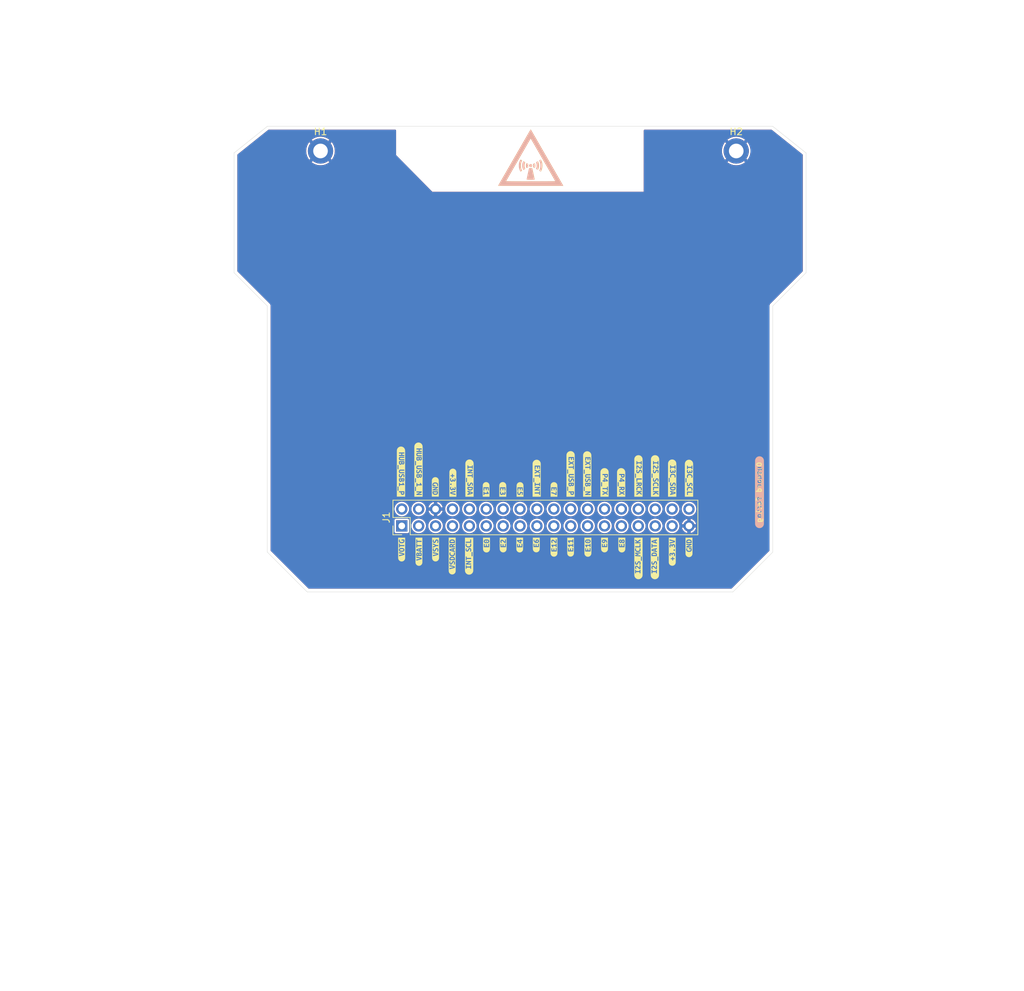
<source format=kicad_pcb>
(kicad_pcb (version 20241229) (generator "pcbnew") (generator_version "9.0")
  (layers (0 "F.Cu" signal) (4 "In1.Cu" signal) (6 "In2.Cu" signal) (2 "B.Cu" signal) (13 "F.Paste" user) (15 "B.Paste" user) (5 "F.SilkS" user "F.Silkscreen") (7 "B.SilkS" user "B.Silkscreen") (1 "F.Mask" user) (3 "B.Mask" user) (25 "Edge.Cuts" user))
  (net 0 "")
  (net 1 "GND")
  (net 2 "E8")
  (net 3 "P4_TX")
  (net 4 "E6")
  (net 5 "E4")
  (net 6 "VSDCARD")
  (net 7 "E9")
  (net 8 "INT_SCL")
  (net 9 "E0")
  (net 10 "P4_RX")
  (net 11 "EXT_INT")
  (net 12 "E10")
  (net 13 "I2S_LRCK")
  (net 14 "HUB_USB1_P")
  (net 15 "E1")
  (net 16 "HUB_USB1_N")
  (net 17 "E2")
  (net 18 "+3.3V")
  (net 19 "EXT_USB_P")
  (net 20 "EXT_USB_N")
  (net 21 "E12")
  (net 22 "E11")
  (net 23 "VOTG")
  (net 24 "VSYS")
  (net 25 "E5")
  (net 26 "I2S_DATA")
  (net 27 "VBATT")
  (net 28 "I2S_MCLK")
  (net 29 "E3")
  (net 30 "I3C_SCL")
  (net 31 "I3C_SDA")
  (net 32 "I2S_SCLK")
  (net 33 "INT_SDA")
  (net 34 "E7")
  (footprint "kibuzzard-672F44C7" (layer "F.Cu") (at -7.657797 -0.38433 90)
    (property "Reference" "kibuzzard-672F44C7" (hide yes))
    (property "Value" "G***" (hide yes))
  )
  (footprint "kibuzzard-672F4776" (layer "F.Cu") (at 36 -10 -90)
    (property "Reference" "kibuzzard-672F4776" (hide yes))
    (property "Value" "G***" (hide yes))
  )
  (footprint "kibuzzard-672F4516" (layer "F.Cu") (at 12.7 -2.059612 90)
    (property "Reference" "kibuzzard-672F4516" (hide yes))
    (property "Value" "G***" (hide yes))
  )
  (footprint "kibuzzard-672F4648" (layer "F.Cu") (at 17.8 -12.441842 -90)
    (property "Reference" "kibuzzard-672F4648" (hide yes))
    (property "Value" "G***" (hide yes))
  )
  (footprint "kibuzzard-672F44FC" (layer "F.Cu") (at 5.1 -1.734572 90)
    (property "Reference" "kibuzzard-672F44FC" (hide yes))
    (property "Value" "G***" (hide yes))
  )
  (footprint "kibuzzard-672F45AF" (layer "F.Cu") (at -15.270427 -13.394346 -90)
    (property "Reference" "kibuzzard-672F45AF" (hide yes))
    (property "Value" "G***" (hide yes))
  )
  (footprint "MountingHole:MountingHole_2.2mm_M2_DIN965_Pad" (layer "F.Cu") (at 32.5 -61.3)
    (property "Reference" "H2" (at 0 -2.9 0) (layer "F.SilkS"))
    (property "Value" "Mounting hole")
    (pad "1" thru_hole circle (at 0 0) (size 3.8 3.8) (drill 2.2) (layers "*.Cu" "*.Mask") (net 1 "GND"))
  )
  (footprint "kibuzzard-672F44E9" (layer "F.Cu") (at -0.049207 -2.053797 90)
    (property "Reference" "kibuzzard-672F44E9" (hide yes))
    (property "Value" "G***" (hide yes))
  )
  (footprint "kibuzzard-672F44F4" (layer "F.Cu") (at 2.441756 -2.061228 90)
    (property "Reference" "kibuzzard-672F44F4" (hide yes))
    (property "Value" "G***" (hide yes))
  )
  (footprint "kibuzzard-672F459A" (layer "F.Cu") (at -17.9 -13.1 -90)
    (property "Reference" "kibuzzard-672F459A" (hide yes))
    (property "Value" "G***" (hide yes))
  )
  (footprint "kibuzzard-672DEDFD" (layer "F.Cu") (at -17.8 -1.373667 90)
    (property "Reference" "kibuzzard-672DEDFD" (hide yes))
    (property "Value" "G***" (hide yes))
  )
  (footprint "Connector_PinHeader_2.54mm:PinHeader_2x18_P2.54mm_Vertical" (layer "F.Cu") (at -17.78 -4.93 90)
    (property "Reference" "J1" (at 1.27 -2.33 90) (layer "F.SilkS"))
    (property "Value" "Conn_02x18_Odd_Even")
    (pad "1" thru_hole rect (at 0 0 90) (size 1.7 1.7) (drill 1) (layers "*.Cu" "*.Mask") (net 23 "VOTG"))
    (pad "2" thru_hole oval (at 2.54 0 90) (size 1.7 1.7) (drill 1) (layers "*.Cu" "*.Mask") (net 14 "HUB_USB1_P"))
    (pad "3" thru_hole oval (at 0 2.54 90) (size 1.7 1.7) (drill 1) (layers "*.Cu" "*.Mask") (net 27 "VBATT"))
    (pad "4" thru_hole oval (at 2.54 2.54 90) (size 1.7 1.7) (drill 1) (layers "*.Cu" "*.Mask") (net 16 "HUB_USB1_N"))
    (pad "5" thru_hole oval (at 0 5.08 90) (size 1.7 1.7) (drill 1) (layers "*.Cu" "*.Mask") (net 24 "VSYS"))
    (pad "6" thru_hole oval (at 2.54 5.08 90) (size 1.7 1.7) (drill 1) (layers "*.Cu" "*.Mask") (net 1 "GND"))
    (pad "7" thru_hole oval (at 0 7.62 90) (size 1.7 1.7) (drill 1) (layers "*.Cu" "*.Mask") (net 6 "VSDCARD"))
    (pad "8" thru_hole oval (at 2.54 7.62 90) (size 1.7 1.7) (drill 1) (layers "*.Cu" "*.Mask") (net 18 "+3.3V"))
    (pad "9" thru_hole oval (at 0 10.16 90) (size 1.7 1.7) (drill 1) (layers "*.Cu" "*.Mask") (net 8 "INT_SCL"))
    (pad "10" thru_hole oval (at 2.54 10.16 90) (size 1.7 1.7) (drill 1) (layers "*.Cu" "*.Mask") (net 33 "INT_SDA"))
    (pad "11" thru_hole oval (at 0 12.7 90) (size 1.7 1.7) (drill 1) (layers "*.Cu" "*.Mask") (net 9 "E0"))
    (pad "12" thru_hole oval (at 2.54 12.7 90) (size 1.7 1.7) (drill 1) (layers "*.Cu" "*.Mask") (net 15 "E1"))
    (pad "13" thru_hole oval (at 0 15.24 90) (size 1.7 1.7) (drill 1) (layers "*.Cu" "*.Mask") (net 17 "E2"))
    (pad "14" thru_hole oval (at 2.54 15.24 90) (size 1.7 1.7) (drill 1) (layers "*.Cu" "*.Mask") (net 29 "E3"))
    (pad "15" thru_hole oval (at 0 17.78 90) (size 1.7 1.7) (drill 1) (layers "*.Cu" "*.Mask") (net 5 "E4"))
    (pad "16" thru_hole oval (at 2.54 17.78 90) (size 1.7 1.7) (drill 1) (layers "*.Cu" "*.Mask") (net 25 "E5"))
    (pad "17" thru_hole oval (at 0 20.32 90) (size 1.7 1.7) (drill 1) (layers "*.Cu" "*.Mask") (net 4 "E6"))
    (pad "18" thru_hole oval (at 2.54 20.32 90) (size 1.7 1.7) (drill 1) (layers "*.Cu" "*.Mask") (net 11 "EXT_INT"))
    (pad "19" thru_hole oval (at 0 22.86 90) (size 1.7 1.7) (drill 1) (layers "*.Cu" "*.Mask") (net 21 "E12"))
    (pad "20" thru_hole oval (at 2.54 22.86 90) (size 1.7 1.7) (drill 1) (layers "*.Cu" "*.Mask") (net 34 "E7"))
    (pad "21" thru_hole oval (at 0 25.4 90) (size 1.7 1.7) (drill 1) (layers "*.Cu" "*.Mask") (net 22 "E11"))
    (pad "22" thru_hole oval (at 2.54 25.4 90) (size 1.7 1.7) (drill 1) (layers "*.Cu" "*.Mask") (net 19 "EXT_USB_P"))
    (pad "23" thru_hole oval (at 0 27.94 90) (size 1.7 1.7) (drill 1) (layers "*.Cu" "*.Mask") (net 12 "E10"))
    (pad "24" thru_hole oval (at 2.54 27.94 90) (size 1.7 1.7) (drill 1) (layers "*.Cu" "*.Mask") (net 20 "EXT_USB_N"))
    (pad "25" thru_hole oval (at 0 30.48 90) (size 1.7 1.7) (drill 1) (layers "*.Cu" "*.Mask") (net 7 "E9"))
    (pad "26" thru_hole oval (at 2.54 30.48 90) (size 1.7 1.7) (drill 1) (layers "*.Cu" "*.Mask") (net 3 "P4_TX"))
    (pad "27" thru_hole oval (at 0 33.02 90) (size 1.7 1.7) (drill 1) (layers "*.Cu" "*.Mask") (net 2 "E8"))
    (pad "28" thru_hole oval (at 2.54 33.02 90) (size 1.7 1.7) (drill 1) (layers "*.Cu" "*.Mask") (net 10 "P4_RX"))
    (pad "29" thru_hole oval (at 0 35.56 90) (size 1.7 1.7) (drill 1) (layers "*.Cu" "*.Mask") (net 28 "I2S_MCLK"))
    (pad "30" thru_hole oval (at 2.54 35.56 90) (size 1.7 1.7) (drill 1) (layers "*.Cu" "*.Mask") (net 13 "I2S_LRCK"))
    (pad "31" thru_hole oval (at 0 38.1 90) (size 1.7 1.7) (drill 1) (layers "*.Cu" "*.Mask") (net 26 "I2S_DATA"))
    (pad "32" thru_hole oval (at 2.54 38.1 90) (size 1.7 1.7) (drill 1) (layers "*.Cu" "*.Mask") (net 32 "I2S_SCLK"))
    (pad "33" thru_hole oval (at 0 40.64 90) (size 1.7 1.7) (drill 1) (layers "*.Cu" "*.Mask") (net 18 "+3.3V"))
    (pad "34" thru_hole oval (at 2.54 40.64 90) (size 1.7 1.7) (drill 1) (layers "*.Cu" "*.Mask") (net 31 "I3C_SDA"))
    (pad "35" thru_hole oval (at 0 43.18 90) (size 1.7 1.7) (drill 1) (layers "*.Cu" "*.Mask") (net 1 "GND"))
    (pad "36" thru_hole oval (at 2.54 43.18 90) (size 1.7 1.7) (drill 1) (layers "*.Cu" "*.Mask") (net 30 "I3C_SCL"))
  )
  (footprint "kibuzzard-672F4557" (layer "F.Cu") (at 22.885125 -1.052504 90)
    (property "Reference" "kibuzzard-672F4557" (hide yes))
    (property "Value" "G***" (hide yes))
  )
  (footprint "kibuzzard-672F4522" (layer "F.Cu") (at 15.3 -2.052504 90)
    (property "Reference" "kibuzzard-672F4522" (hide yes))
    (property "Value" "G***" (hide yes))
  )
  (footprint "kibuzzard-672F4544" (layer "F.Cu") (at 17.8 -0.042488 90)
    (property "Reference" "kibuzzard-672F4544" (hide yes))
    (property "Value" "G***" (hide yes))
  )
  (footprint "kibuzzard-672F465A" (layer "F.Cu") (at 20.3 -12.441842 -90)
    (property "Reference" "kibuzzard-672F465A" (hide yes))
    (property "Value" "G***" (hide yes))
  )
  (footprint "kibuzzard-672F463A" (layer "F.Cu") (at 15.2 -11.470275 -90)
    (property "Reference" "kibuzzard-672F463A" (hide yes))
    (property "Value" "G***" (hide yes))
  )
  (footprint "MountingHole:MountingHole_2.2mm_M2_DIN965_Pad" (layer "F.Cu") (at -30 -61.3)
    (property "Reference" "H1" (at 0 -2.9 0) (layer "F.SilkS"))
    (property "Value" "Mounting hole")
    (pad "1" thru_hole circle (at 0 0) (size 3.8 3.8) (drill 2.2) (layers "*.Cu" "*.Mask") (net 1 "GND"))
  )
  (footprint "kibuzzard-672F4561" (layer "F.Cu") (at 25.4 -1.7 90)
    (property "Reference" "kibuzzard-672F4561" (hide yes))
    (property "Value" "G***" (hide yes))
  )
  (footprint "kibuzzard-672F44AA" (layer "F.Cu") (at -12.7 -1.376252 90)
    (property "Reference" "kibuzzard-672F44AA" (hide yes))
    (property "Value" "G***" (hide yes))
  )
  (footprint "kibuzzard-672F44B3" (layer "F.Cu") (at -10.2 -0.4 90)
    (property "Reference" "kibuzzard-672F44B3" (hide yes))
    (property "Value" "G***" (hide yes))
  )
  (footprint "kibuzzard-672F452F" (layer "F.Cu") (at 20.27203 -0.041196 90)
    (property "Reference" "kibuzzard-672F452F" (hide yes))
    (property "Value" "G***" (hide yes))
  )
  (footprint "kibuzzard-672F45D8" (layer "F.Cu") (at -7.6 -12.120033 -90)
    (property "Reference" "kibuzzard-672F45D8" (hide yes))
    (property "Value" "G***" (hide yes))
  )
  (footprint "kibuzzard-672F45E8" (layer "F.Cu") (at -5.1 -10.420194 -90)
    (property "Reference" "kibuzzard-672F45E8" (hide yes))
    (property "Value" "G***" (hide yes))
  )
  (footprint "kibuzzard-672F467D" (layer "F.Cu") (at 25.4 -12.1 -90)
    (property "Reference" "kibuzzard-672F467D" (hide yes))
    (property "Value" "G***" (hide yes))
  )
  (footprint "design:why2025-mainboard-edge-cuts-usr" (layer "F.Cu") (at 0 0)
    (property "Reference" "N1" (hide yes))
    (property "Value" "Board-outline" (hide yes))
  )
  (footprint "kibuzzard-672F4600" (layer "F.Cu") (at 2.5 -12.1 -90)
    (property "Reference" "kibuzzard-672F4600" (hide yes))
    (property "Value" "G***" (hide yes))
  )
  (footprint "kibuzzard-672F460D" (layer "F.Cu") (at 5.1 -10.416317 -90)
    (property "Reference" "kibuzzard-672F460D" (hide yes))
    (property "Value" "G***" (hide yes))
  )
  (footprint "kibuzzard-672F45EE" (layer "F.Cu") (at -2.6 -10.423748 -90)
    (property "Reference" "kibuzzard-672F45EE" (hide yes))
    (property "Value" "G***" (hide yes))
  )
  (footprint "kibuzzard-672F45F5" (layer "F.Cu") (at 0 -10.41664 -90)
    (property "Reference" "kibuzzard-672F45F5" (hide yes))
    (property "Value" "G***" (hide yes))
  )
  (footprint "kibuzzard-672F4510" (layer "F.Cu") (at 10.2 -1.728433 90)
    (property "Reference" "kibuzzard-672F4510" (hide yes))
    (property "Value" "G***" (hide yes))
  )
  (footprint "kibuzzard-672F466D" (layer "F.Cu") (at 22.870426 -12.120033 -90)
    (property "Reference" "kibuzzard-672F466D" (hide yes))
    (property "Value" "G***" (hide yes))
  )
  (footprint "kibuzzard-672F461C" (layer "F.Cu") (at 7.6 -12.748142 -90)
    (property "Reference" "kibuzzard-672F461C" (hide yes))
    (property "Value" "G***" (hide yes))
  )
  (footprint "kibuzzard-672DEE22" (layer "F.Cu") (at -15.2 -1.047335 90)
    (property "Reference" "kibuzzard-672DEE22" (hide yes))
    (property "Value" "G***" (hide yes))
  )
  (footprint "kibuzzard-672F45CE" (layer "F.Cu") (at -10.1 -11.431826 -90)
    (property "Reference" "kibuzzard-672F45CE" (hide yes))
    (property "Value" "G***" (hide yes))
  )
  (footprint "kibuzzard-672F44E2" (layer "F.Cu") (at -2.538231 -2.057674 90)
    (property "Reference" "kibuzzard-672F44E2" (hide yes))
    (property "Value" "G***" (hide yes))
  )
  (footprint "kibuzzard-672F4627" (layer "F.Cu") (at 10.1 -12.736511 -90)
    (property "Reference" "kibuzzard-672F4627" (hide yes))
    (property "Value" "G***" (hide yes))
  )
  (footprint "kibuzzard-672F4631" (layer "F.Cu") (at 12.7 -11.470275 -90)
    (property "Reference" "kibuzzard-672F4631" (hide yes))
    (property "Value" "G***" (hide yes))
  )
  (footprint "kibuzzard-672F45BC" (layer "F.Cu") (at -12.739077 -10.8 -90)
    (property "Reference" "kibuzzard-672F45BC" (hide yes))
    (property "Value" "G***" (hide yes))
  )
  (footprint "design:radio_logo" (layer "F.Cu") (at 1.6 -60.3)
    (property "Reference" "N2" (hide yes))
    (property "Value" "Radio-logo" (hide yes))
  )
  (footprint "kibuzzard-672F4509" (layer "F.Cu") (at 7.6 -1.741034 90)
    (property "Reference" "kibuzzard-672F4509" (hide yes))
    (property "Value" "G***" (hide yes))
  )
  (footprint "kibuzzard-672F44D7" (layer "F.Cu") (at -5.044702 -2.051535 90)
    (property "Reference" "kibuzzard-672F44D7" (hide yes))
    (property "Value" "G***" (hide yes))
  )
  (footprint "kibuzzard-672F417C" (layer "B.Cu") (at 36 -10 -90)
    (property "Reference" "kibuzzard-672F417C" (hide yes))
    (property "Value" "G***" (hide yes))
  )
  (footprint "design:radio_logo" (layer "B.Cu") (at 1.6 -60.3 180)
    (property "Reference" "N3" (hide yes))
    (property "Value" "Radio-logo" (hide yes))
  )
  (gr_line (start -38 -65) (end 38 -65) (stroke (width 0.05)) (layer "Edge.Cuts"))
  (gr_line (start 38 -1) (end 32 5) (stroke (width 0.05)) (layer "Edge.Cuts"))
  (gr_line (start -38 -38) (end -38 -1) (stroke (width 0.05)) (layer "Edge.Cuts"))
  (gr_line (start 43 -61) (end 43 -43) (stroke (width 0.05)) (layer "Edge.Cuts"))
  (gr_line (start 38 -38) (end 38 -1) (stroke (width 0.05)) (layer "Edge.Cuts"))
  (gr_line (start -43 -43) (end -38 -38) (stroke (width 0.05)) (layer "Edge.Cuts"))
  (gr_line (start -43 -61) (end -43 -43) (stroke (width 0.05)) (layer "Edge.Cuts"))
  (gr_line (start 43 -61) (end 38 -65) (stroke (width 0.05)) (layer "Edge.Cuts"))
  (gr_line (start 43 -43) (end 38 -38) (stroke (width 0.05)) (layer "Edge.Cuts"))
  (gr_line (start 32 5) (end -32 5) (stroke (width 0.05)) (layer "Edge.Cuts"))
  (gr_line (start -43 -61) (end -38 -65) (stroke (width 0.05)) (layer "Edge.Cuts"))
  (gr_line (start -38 -1) (end -32 5) (stroke (width 0.05)) (layer "Edge.Cuts"))
  (zone (net 0) (net_name "") (layers "F.Cu" "B.Cu" "In1.Cu" "In2.Cu") (connect_pads (clearance 0)) (min_thickness 0.25)
    (keepout (tracks not_allowed) (vias not_allowed) (pads not_allowed) (copperpour not_allowed) (footprints allowed))
    (fill (thermal_gap 0.5) (thermal_bridge_width 0.5))
    (polygon (pts (xy 18.602373 -64.935846) (xy 16.630517 -64.941616) (xy 13.739515 -64.950077) (xy -18.640027 -64.935846) (xy -18.640027 -60.684747) (xy -13.186968 -55.157998) (xy 18.596373 -55.160846)))
  )
  (zone (net 1) (net_name "GND") (layers "F.Cu" "B.Cu" "In2.Cu") (connect_pads (clearance 0.25)) (min_thickness 0.25) (fill yes (thermal_gap 0.25) (thermal_bridge_width 0.5) (island_removal_mode 1) (island_area_min 10))
    (polygon (pts (xy 64 -75.1) (xy 64 8.7) (xy -48.1 8.7) (xy -48.1 -75.1)))
  )
)
</source>
